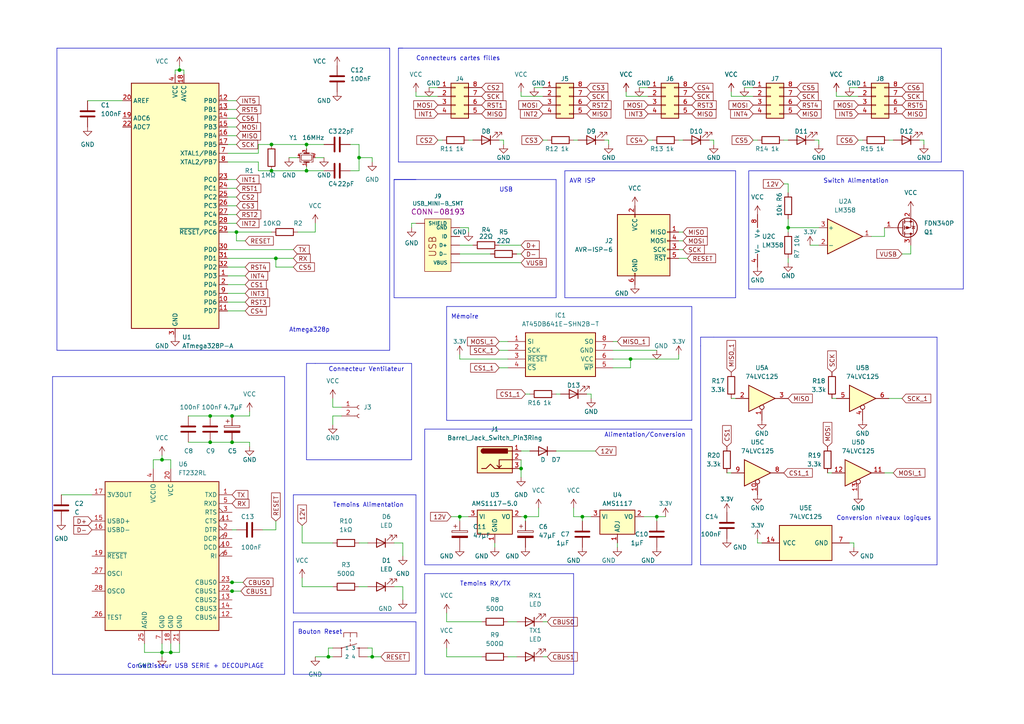
<source format=kicad_sch>
(kicad_sch (version 20230121) (generator eeschema)
  (paper "A4")
  (junction (at 78.74 49.53))
  (junction (at 67.31 171.45))
  (junction (at 151.13 135.89))
  (junction (at 228.6 66.04))
  (junction (at 60.96 128.27))
  (junction (at 78.74 41.91))
  (junction (at 67.31 168.91))
  (junction (at 107.95 190.5))
  (junction (at 67.31 120.65))
  (junction (at 88.9 49.53))
  (junction (at 67.31 128.27))
  (junction (at 133.35 149.86))
  (junction (at 190.5 149.86))
  (junction (at 60.96 120.65))
  (junction (at 52.07 20.32))
  (junction (at 49.53 189.23))
  (junction (at 168.91 149.86))
  (junction (at 68.58 67.31))
  (junction (at 182.88 104.14))
  (junction (at 95.25 190.5))
  (junction (at 104.14 45.72))
  (junction (at 152.4 149.86))
  (junction (at 46.99 189.23))
  (junction (at 46.99 133.35))
  (junction (at 88.9 41.91))
  (junction (at 80.01 74.93))
  (polyline (pts (xy 120.65 180.34) (xy 120.65 195.58)))
  (polyline (pts (xy 123.19 166.37) (xy 123.19 195.58)))
  (wire (pts (xy 144.78 106.68) (xy 147.32 106.68)))
  (wire (pts (xy 67.31 120.65) (xy 72.39 120.65)))
  (wire (pts (xy 234.95 71.12) (xy 237.49 71.12)))
  (wire (pts (xy 46.99 189.23) (xy 49.53 189.23)))
  (wire (pts (xy 228.6 53.34) (xy 228.6 55.88)))
  (wire (pts (xy 66.04 57.15) (xy 68.58 57.15)))
  (polyline (pts (xy 166.37 195.58) (xy 123.19 195.58)))
  (wire (pts (xy 52.07 186.69) (xy 52.07 189.23)))
  (polyline (pts (xy 166.37 166.37) (xy 166.37 195.58)))
  (wire (pts (xy 241.3 115.57) (xy 242.57 115.57)))
  (wire (pts (xy 182.88 104.14) (xy 196.85 104.14)))
  (wire (pts (xy 219.71 156.21) (xy 219.71 157.48)))
  (wire (pts (xy 242.57 27.94) (xy 248.92 27.94)))
  (wire (pts (xy 135.89 40.64) (xy 137.16 40.64)))
  (wire (pts (xy 237.49 40.64) (xy 236.22 40.64)))
  (wire (pts (xy 49.53 189.23) (xy 52.07 189.23)))
  (wire (pts (xy 190.5 149.86) (xy 193.04 149.86)))
  (polyline (pts (xy 163.83 49.53) (xy 167.64 49.53)))
  (wire (pts (xy 67.31 128.27) (xy 72.39 128.27)))
  (wire (pts (xy 104.14 157.48) (xy 106.68 157.48)))
  (wire (pts (xy 207.01 40.64) (xy 205.74 40.64)))
  (polyline (pts (xy 273.05 13.97) (xy 273.05 46.99)))
  (wire (pts (xy 96.52 115.57) (xy 96.52 118.11)))
  (polyline (pts (xy 114.3 52.07) (xy 161.29 52.07)))
  (wire (pts (xy 66.04 80.01) (xy 71.12 80.01)))
  (wire (pts (xy 66.04 72.39) (xy 85.09 72.39)))
  (wire (pts (xy 227.33 53.34) (xy 228.6 53.34)))
  (wire (pts (xy 156.21 147.32) (xy 156.21 149.86)))
  (polyline (pts (xy 279.4 83.82) (xy 217.17 83.82)))
  (wire (pts (xy 66.04 90.17) (xy 71.12 90.17)))
  (wire (pts (xy 246.38 157.48) (xy 247.65 157.48)))
  (wire (pts (xy 116.84 170.18) (xy 116.84 173.99)))
  (wire (pts (xy 101.6 49.53) (xy 104.14 49.53)))
  (wire (pts (xy 66.04 87.63) (xy 71.12 87.63)))
  (polyline (pts (xy 207.01 97.79) (xy 271.78 97.79)))
  (wire (pts (xy 177.8 106.68) (xy 182.88 106.68)))
  (wire (pts (xy 49.53 186.69) (xy 49.53 189.23)))
  (wire (pts (xy 247.65 157.48) (xy 247.65 158.75)))
  (wire (pts (xy 143.51 158.75) (xy 143.51 157.48)))
  (wire (pts (xy 104.14 45.72) (xy 107.95 45.72)))
  (wire (pts (xy 66.04 39.37) (xy 68.58 39.37)))
  (wire (pts (xy 219.71 157.48) (xy 220.98 157.48)))
  (polyline (pts (xy 123.19 163.83) (xy 200.66 163.83)))
  (wire (pts (xy 257.81 115.57) (xy 261.62 115.57)))
  (polyline (pts (xy 16.51 13.97) (xy 16.51 101.6)))
  (wire (pts (xy 120.65 26.67) (xy 120.65 27.94)))
  (wire (pts (xy 50.8 21.59) (xy 50.8 20.32)))
  (wire (pts (xy 151.13 130.81) (xy 153.67 130.81)))
  (wire (pts (xy 190.5 149.86) (xy 190.5 151.13)))
  (wire (pts (xy 171.45 149.86) (xy 168.91 149.86)))
  (wire (pts (xy 49.53 133.35) (xy 49.53 135.89)))
  (wire (pts (xy 74.93 46.99) (xy 74.93 49.53)))
  (wire (pts (xy 66.675 171.45) (xy 67.31 171.45)))
  (wire (pts (xy 168.91 149.86) (xy 168.91 151.13)))
  (wire (pts (xy 144.78 101.6) (xy 147.32 101.6)))
  (polyline (pts (xy 16.51 101.6) (xy 19.05 101.6)))
  (polyline (pts (xy 120.65 143.51) (xy 120.65 177.8)))
  (wire (pts (xy 104.14 45.72) (xy 104.14 49.53)))
  (polyline (pts (xy 115.57 13.97) (xy 273.05 13.97)))
  (wire (pts (xy 196.85 69.85) (xy 198.12 69.85)))
  (wire (pts (xy 107.95 190.5) (xy 110.49 190.5)))
  (wire (pts (xy 187.96 40.64) (xy 189.23 40.64)))
  (wire (pts (xy 144.78 99.06) (xy 147.32 99.06)))
  (wire (pts (xy 72.39 119.38) (xy 72.39 120.65)))
  (polyline (pts (xy 88.9 133.35) (xy 88.9 105.41)))
  (polyline (pts (xy 200.66 124.46) (xy 200.66 163.83)))
  (wire (pts (xy 237.49 41.91) (xy 237.49 40.64)))
  (wire (pts (xy 133.35 76.2) (xy 151.13 76.2)))
  (wire (pts (xy 133.35 149.86) (xy 135.89 149.86)))
  (wire (pts (xy 228.6 66.04) (xy 237.49 66.04)))
  (wire (pts (xy 151.13 149.86) (xy 152.4 149.86)))
  (wire (pts (xy 182.88 106.68) (xy 182.88 104.14)))
  (wire (pts (xy 87.63 167.64) (xy 87.63 170.18)))
  (wire (pts (xy 86.36 67.31) (xy 91.44 67.31)))
  (polyline (pts (xy 85.09 180.34) (xy 85.09 195.58)))
  (wire (pts (xy 67.31 171.45) (xy 69.85 171.45)))
  (wire (pts (xy 53.34 21.59) (xy 53.34 20.32)))
  (wire (pts (xy 166.37 40.64) (xy 167.64 40.64)))
  (wire (pts (xy 151.13 27.94) (xy 157.48 27.94)))
  (wire (pts (xy 67.31 153.67) (xy 68.58 153.67)))
  (wire (pts (xy 66.04 59.69) (xy 68.58 59.69)))
  (wire (pts (xy 185.42 25.4) (xy 187.96 25.4)))
  (wire (pts (xy 66.04 82.55) (xy 71.12 82.55)))
  (wire (pts (xy 240.03 137.16) (xy 241.3 137.16)))
  (wire (pts (xy 151.13 26.67) (xy 151.13 27.94)))
  (polyline (pts (xy 82.55 195.58) (xy 15.24 195.58)))
  (polyline (pts (xy 82.55 109.22) (xy 82.55 195.58)))
  (wire (pts (xy 133.35 66.04) (xy 135.89 66.04)))
  (wire (pts (xy 114.3 170.18) (xy 116.84 170.18)))
  (wire (pts (xy 54.61 120.65) (xy 60.96 120.65)))
  (polyline (pts (xy 120.65 195.58) (xy 85.09 195.58)))
  (wire (pts (xy 52.07 20.32) (xy 53.34 20.32)))
  (wire (pts (xy 66.04 54.61) (xy 68.58 54.61)))
  (wire (pts (xy 196.85 40.64) (xy 198.12 40.64)))
  (wire (pts (xy 68.58 69.85) (xy 68.58 67.31)))
  (polyline (pts (xy 113.03 13.97) (xy 113.03 101.6)))
  (wire (pts (xy 106.68 190.5) (xy 107.95 190.5)))
  (wire (pts (xy 95.25 190.5) (xy 96.52 190.5)))
  (polyline (pts (xy 115.57 46.99) (xy 115.57 13.97)))
  (wire (pts (xy 151.13 133.35) (xy 151.13 135.89)))
  (wire (pts (xy 133.35 71.12) (xy 137.16 71.12)))
  (wire (pts (xy 124.46 25.4) (xy 127 25.4)))
  (wire (pts (xy 171.45 115.57) (xy 171.45 114.3)))
  (wire (pts (xy 177.8 101.6) (xy 190.5 101.6)))
  (polyline (pts (xy 16.51 13.97) (xy 113.03 13.97)))
  (polyline (pts (xy 114.3 86.36) (xy 114.3 52.07)))
  (wire (pts (xy 96.52 187.96) (xy 95.25 187.96)))
  (wire (pts (xy 177.8 99.06) (xy 179.07 99.06)))
  (wire (pts (xy 186.69 149.86) (xy 190.5 149.86)))
  (wire (pts (xy 129.54 180.34) (xy 139.7 180.34)))
  (wire (pts (xy 151.13 135.89) (xy 151.13 138.43)))
  (wire (pts (xy 88.9 41.91) (xy 88.9 43.18)))
  (polyline (pts (xy 200.66 124.46) (xy 123.19 124.46)))
  (wire (pts (xy 72.39 128.27) (xy 72.39 129.54)))
  (wire (pts (xy 161.29 130.81) (xy 172.72 130.81)))
  (wire (pts (xy 74.93 41.91) (xy 74.93 44.45)))
  (wire (pts (xy 129.54 177.8) (xy 129.54 180.34)))
  (wire (pts (xy 228.6 63.5) (xy 228.6 66.04)))
  (wire (pts (xy 152.4 114.3) (xy 153.67 114.3)))
  (polyline (pts (xy 85.09 143.51) (xy 120.65 143.51)))
  (polyline (pts (xy 273.05 46.99) (xy 115.57 46.99)))
  (wire (pts (xy 267.97 40.64) (xy 266.7 40.64)))
  (polyline (pts (xy 15.24 109.22) (xy 15.24 195.58)))
  (wire (pts (xy 179.07 157.48) (xy 179.07 158.75)))
  (wire (pts (xy 119.38 64.77) (xy 119.38 66.04)))
  (wire (pts (xy 196.85 102.87) (xy 196.85 104.14)))
  (wire (pts (xy 154.94 25.4) (xy 157.48 25.4)))
  (wire (pts (xy 46.99 186.69) (xy 46.99 189.23)))
  (wire (pts (xy 66.04 36.83) (xy 68.58 36.83)))
  (wire (pts (xy 46.99 132.08) (xy 46.99 133.35)))
  (wire (pts (xy 104.14 41.91) (xy 101.6 41.91)))
  (wire (pts (xy 66.04 85.09) (xy 71.12 85.09)))
  (polyline (pts (xy 91.44 105.41) (xy 119.38 105.41)))
  (polyline (pts (xy 213.36 49.53) (xy 213.36 86.36)))
  (wire (pts (xy 177.8 104.14) (xy 182.88 104.14)))
  (wire (pts (xy 157.48 40.64) (xy 158.75 40.64)))
  (polyline (pts (xy 161.29 52.07) (xy 161.29 86.36)))
  (polyline (pts (xy 161.29 86.36) (xy 114.3 86.36)))
  (wire (pts (xy 66.04 77.47) (xy 71.12 77.47)))
  (wire (pts (xy 80.01 151.13) (xy 80.01 153.67)))
  (wire (pts (xy 171.45 114.3) (xy 170.18 114.3)))
  (polyline (pts (xy 88.9 105.41) (xy 91.44 105.41)))
  (wire (pts (xy 66.04 64.77) (xy 68.58 64.77)))
  (wire (pts (xy 60.96 128.27) (xy 67.31 128.27)))
  (wire (pts (xy 68.58 67.31) (xy 78.74 67.31)))
  (polyline (pts (xy 15.24 109.22) (xy 82.55 109.22)))
  (wire (pts (xy 181.61 27.94) (xy 187.96 27.94)))
  (wire (pts (xy 66.04 46.99) (xy 74.93 46.99)))
  (wire (pts (xy 95.25 187.96) (xy 95.25 190.5)))
  (wire (pts (xy 87.63 170.18) (xy 96.52 170.18)))
  (wire (pts (xy 228.6 66.04) (xy 228.6 67.31)))
  (wire (pts (xy 80.01 77.47) (xy 85.09 77.47)))
  (wire (pts (xy 25.4 29.21) (xy 35.56 29.21)))
  (polyline (pts (xy 85.09 143.51) (xy 85.09 177.8)))
  (wire (pts (xy 228.6 74.93) (xy 228.6 76.2)))
  (wire (pts (xy 46.99 133.35) (xy 49.53 133.35)))
  (polyline (pts (xy 167.64 49.53) (xy 213.36 49.53)))
  (wire (pts (xy 146.05 40.64) (xy 144.78 40.64)))
  (wire (pts (xy 161.29 114.3) (xy 162.56 114.3)))
  (polyline (pts (xy 129.54 88.9) (xy 129.54 121.92)))
  (wire (pts (xy 210.82 137.16) (xy 212.09 137.16)))
  (wire (pts (xy 66.04 74.93) (xy 80.01 74.93)))
  (wire (pts (xy 176.53 40.64) (xy 175.26 40.64)))
  (wire (pts (xy 66.04 62.23) (xy 68.58 62.23)))
  (wire (pts (xy 218.44 40.64) (xy 219.71 40.64)))
  (wire (pts (xy 157.48 180.34) (xy 158.75 180.34)))
  (wire (pts (xy 66.04 41.91) (xy 68.58 41.91)))
  (wire (pts (xy 66.04 34.29) (xy 68.58 34.29)))
  (polyline (pts (xy 120.65 177.8) (xy 85.09 177.8)))
  (polyline (pts (xy 203.2 97.79) (xy 203.2 100.33)))
  (wire (pts (xy 252.73 68.58) (xy 256.54 68.58)))
  (wire (pts (xy 127 40.64) (xy 128.27 40.64)))
  (wire (pts (xy 256.54 66.04) (xy 256.54 68.58)))
  (polyline (pts (xy 119.38 133.35) (xy 88.9 133.35)))
  (wire (pts (xy 215.9 25.4) (xy 218.44 25.4)))
  (polyline (pts (xy 115.57 13.97) (xy 116.84 13.97)))
  (polyline (pts (xy 163.83 86.36) (xy 163.83 49.53)))
  (wire (pts (xy 152.4 149.86) (xy 152.4 151.13)))
  (wire (pts (xy 129.54 190.5) (xy 139.7 190.5)))
  (wire (pts (xy 114.3 157.48) (xy 116.84 157.48)))
  (wire (pts (xy 133.35 149.86) (xy 133.35 151.13)))
  (polyline (pts (xy 271.78 97.79) (xy 271.78 163.83)))
  (wire (pts (xy 91.44 45.72) (xy 93.98 45.72)))
  (wire (pts (xy 146.05 41.91) (xy 146.05 40.64)))
  (wire (pts (xy 242.57 26.67) (xy 242.57 27.94)))
  (polyline (pts (xy 217.17 49.53) (xy 217.17 83.82)))
  (wire (pts (xy 76.2 153.67) (xy 80.01 153.67)))
  (wire (pts (xy 133.35 104.14) (xy 147.32 104.14)))
  (wire (pts (xy 54.61 128.27) (xy 60.96 128.27)))
  (wire (pts (xy 106.68 187.96) (xy 107.95 187.96)))
  (wire (pts (xy 74.93 49.53) (xy 78.74 49.53)))
  (wire (pts (xy 248.92 40.64) (xy 250.19 40.64)))
  (wire (pts (xy 261.62 73.66) (xy 264.16 73.66)))
  (wire (pts (xy 66.04 52.07) (xy 68.58 52.07)))
  (wire (pts (xy 212.09 115.57) (xy 213.36 115.57)))
  (wire (pts (xy 152.4 149.86) (xy 156.21 149.86)))
  (wire (pts (xy 264.16 71.12) (xy 264.16 73.66)))
  (wire (pts (xy 149.86 73.66) (xy 151.13 73.66)))
  (wire (pts (xy 176.53 41.91) (xy 176.53 40.64)))
  (wire (pts (xy 80.01 74.93) (xy 85.09 74.93)))
  (wire (pts (xy 91.44 64.77) (xy 91.44 67.31)))
  (wire (pts (xy 212.09 27.94) (xy 218.44 27.94)))
  (wire (pts (xy 107.95 45.72) (xy 107.95 46.99)))
  (wire (pts (xy 44.45 133.35) (xy 46.99 133.35)))
  (wire (pts (xy 66.675 168.91) (xy 67.31 168.91)))
  (wire (pts (xy 96.52 120.65) (xy 96.52 123.19)))
  (wire (pts (xy 129.54 187.96) (xy 129.54 190.5)))
  (wire (pts (xy 66.04 31.75) (xy 68.58 31.75)))
  (wire (pts (xy 135.89 66.04) (xy 135.89 67.31)))
  (wire (pts (xy 87.63 157.48) (xy 96.52 157.48)))
  (wire (pts (xy 147.32 180.34) (xy 149.86 180.34)))
  (wire (pts (xy 60.96 120.65) (xy 67.31 120.65)))
  (wire (pts (xy 133.35 102.87) (xy 133.35 104.14)))
  (wire (pts (xy 120.65 27.94) (xy 127 27.94)))
  (wire (pts (xy 71.12 69.85) (xy 68.58 69.85)))
  (wire (pts (xy 227.33 40.64) (xy 228.6 40.64)))
  (wire (pts (xy 96.52 118.11) (xy 99.06 118.11)))
  (wire (pts (xy 41.91 189.23) (xy 46.99 189.23)))
  (wire (pts (xy 88.9 41.91) (xy 93.98 41.91)))
  (wire (pts (xy 212.09 26.67) (xy 212.09 27.94)))
  (polyline (pts (xy 85.09 180.34) (xy 120.65 180.34)))
  (polyline (pts (xy 114.3 52.07) (xy 120.65 52.07)))
  (wire (pts (xy 104.14 170.18) (xy 106.68 170.18)))
  (wire (pts (xy 120.65 64.77) (xy 119.38 64.77)))
  (wire (pts (xy 46.99 189.23) (xy 46.99 190.5)))
  (wire (pts (xy 87.63 152.4) (xy 87.63 157.48)))
  (wire (pts (xy 78.74 49.53) (xy 88.9 49.53)))
  (wire (pts (xy 144.78 71.12) (xy 151.13 71.12)))
  (wire (pts (xy 181.61 26.67) (xy 181.61 27.94)))
  (wire (pts (xy 44.45 135.89) (xy 44.45 133.35)))
  (wire (pts (xy 66.04 44.45) (xy 74.93 44.45)))
  (wire (pts (xy 50.8 20.32) (xy 52.07 20.32)))
  (wire (pts (xy 88.9 48.26) (xy 88.9 49.53)))
  (wire (pts (xy 246.38 25.4) (xy 248.92 25.4)))
  (wire (pts (xy 107.95 187.96) (xy 107.95 190.5)))
  (polyline (pts (xy 200.66 88.9) (xy 200.66 121.92)))
  (polyline (pts (xy 123.19 166.37) (xy 166.37 166.37)))
  (polyline (pts (xy 203.2 97.79) (xy 207.01 97.79)))
  (wire (pts (xy 157.48 190.5) (xy 158.75 190.5)))
  (wire (pts (xy 168.91 149.86) (xy 166.37 149.86)))
  (polyline (pts (xy 203.2 163.83) (xy 203.2 100.33)))
  (wire (pts (xy 196.85 72.39) (xy 198.12 72.39)))
  (polyline (pts (xy 213.36 86.36) (xy 163.83 86.36)))
  (polyline (pts (xy 119.38 105.41) (xy 119.38 133.35)))
  (wire (pts (xy 78.74 41.91) (xy 88.9 41.91)))
  (wire (pts (xy 99.06 120.65) (xy 96.52 120.65)))
  (wire (pts (xy 67.31 168.91) (xy 70.485 168.91)))
  (wire (pts (xy 17.78 143.51) (xy 26.67 143.51)))
  (wire (pts (xy 267.97 41.91) (xy 267.97 40.64)))
  (wire (pts (xy 80.01 74.93) (xy 80.01 77.47)))
  (wire (pts (xy 196.85 74.93) (xy 199.39 74.93)))
  (polyline (pts (xy 271.78 163.83) (xy 203.2 163.83)))
  (polyline (pts (xy 113.03 101.6) (xy 19.05 101.6)))
  (wire (pts (xy 88.9 49.53) (xy 93.98 49.53)))
  (polyline (pts (xy 217.17 49.53) (xy 279.4 49.53)))
  (wire (pts (xy 83.82 45.72) (xy 86.36 45.72)))
  (wire (pts (xy 207.01 41.91) (xy 207.01 40.64)))
  (wire (pts (xy 91.44 190.5) (xy 95.25 190.5)))
  (polyline (pts (xy 123.19 124.46) (xy 123.19 163.83)))
  (polyline (pts (xy 279.4 49.53) (xy 279.4 83.82)))
  (wire (pts (xy 66.04 29.21) (xy 68.58 29.21)))
  (wire (pts (xy 196.85 67.31) (xy 198.12 67.31)))
  (polyline (pts (xy 129.54 88.9) (xy 200.66 88.9)))
  (wire (pts (xy 52.07 19.05) (xy 52.07 20.32)))
  (wire (pts (xy 41.91 186.69) (xy 41.91 189.23)))
  (wire (pts (xy 166.37 149.86) (xy 166.37 147.32)))
  (wire (pts (xy 116.84 157.48) (xy 116.84 161.29)))
  (wire (pts (xy 257.81 40.64) (xy 259.08 40.64)))
  (wire (pts (xy 256.54 137.16) (xy 259.08 137.16)))
  (wire (pts (xy 130.81 149.86) (xy 133.35 149.86)))
  (polyline (pts (xy 200.66 121.92) (xy 129.54 121.92)))
  (wire (pts (xy 66.04 67.31) (xy 68.58 67.31)))
  (wire (pts (xy 78.74 41.91) (xy 74.93 41.91)))
  (wire (pts (xy 104.14 41.91) (xy 104.14 45.72)))
  (wire (pts (xy 133.35 73.66) (xy 142.24 73.66)))
  (wire (pts (xy 147.32 190.5) (xy 149.86 190.5)))
  (text "Mémoire\n" (at 130.81 92.71 0) (effects (font (size 1.27 1.27)) (justify left bottom)))
  (text "Bouton Reset\n" (at 86.36 184.15 0) (effects (font (size 1.27 1.27)) (justify left bottom)))
  (text "Connecteur Ventilateur \n" (at 95.25 107.95 0) (effects (font (size 1.27 1.27)) (justify left bottom)))
  (text "Switch Alimentation\n" (at 238.76 53.34 0) (effects (font (size 1.27 1.27)) (justify left bottom)))
  (text "Alimentation/Conversion\n" (at 175.26 127 0) (effects (font (size 1.27 1.27)) (justify left bottom)))
  (text "Connecteurs cartes filles\n" (at 120.65 17.78 0) (effects (font (size 1.27 1.27)) (justify left bottom)))
  (text "Atmega328p" (at 83.82 96.52 0) (effects (font (size 1.27 1.27)) (justify left bottom)))
  (text "AVR ISP\n" (at 165.1 53.34 0) (effects (font (size 1.27 1.27)) (justify left bottom)))
  (text "USB" (at 144.78 55.88 0) (effects (font (size 1.27 1.27)) (justify left bottom)))
  (text "Temoins RX/TX\n" (at 133.35 170.18 0) (effects (font (size 1.27 1.27)) (justify left bottom)))
  (text "Convertisseur USB SERIE + DECOUPLAGE\n\n\n" (at 36.83 198.12 0) (effects (font (size 1.27 1.27)) (justify left bottom)))
  (text "Conversion niveaux logiques\n" (at 242.57 151.13 0) (effects (font (size 1.27 1.27)) (justify left bottom)))
  (text "Temoins Alimentation" (at 96.52 147.32 0) (effects (font (size 1.27 1.27)) (justify left bottom)))
  (global_label "INT5" (shape input) (at 248.92 33.02 180) (property "Intersheetrefs" "${INTERSHEET_REFS}" (effects hide)))
  (global_label "CS1_1" (shape input) (at 152.4 114.3 180) (property "Intersheetrefs" "${INTERSHEET_REFS}" (effects hide)))
  (global_label "SCK" (shape input) (at 198.12 72.39 0) (property "Intersheetrefs" "${INTERSHEET_REFS}" (effects hide)))
  (global_label "CS6" (shape input) (at 261.62 25.4 0) (property "Intersheetrefs" "${INTERSHEET_REFS}" (effects hide)))
  (global_label "RST2" (shape input) (at 170.18 30.48 0) (property "Intersheetrefs" "${INTERSHEET_REFS}" (effects hide)))
  (global_label "RESET" (shape input) (at 199.39 74.93 0) (property "Intersheetrefs" "${INTERSHEET_REFS}" (effects hide)))
  (global_label "RST4" (shape input) (at 71.12 77.47 0) (property "Intersheetrefs" "${INTERSHEET_REFS}" (effects hide)))
  (global_label "CBUS0" (shape input) (at 70.485 168.91 0) (property "Intersheetrefs" "${INTERSHEET_REFS}" (effects hide)))
  (global_label "RST4" (shape input) (at 231.14 30.48 0) (property "Intersheetrefs" "${INTERSHEET_REFS}" (effects hide)))
  (global_label "MOSI_1" (shape input) (at 144.78 99.06 180) (property "Intersheetrefs" "${INTERSHEET_REFS}" (effects hide)))
  (global_label "CS4" (shape input) (at 71.12 90.17 0) (property "Intersheetrefs" "${INTERSHEET_REFS}" (effects hide)))
  (global_label "RX" (shape input) (at 67.31 146.05 0) (property "Intersheetrefs" "${INTERSHEET_REFS}" (effects hide)))
  (global_label "RESET" (shape input) (at 110.49 190.5 0) (property "Intersheetrefs" "${INTERSHEET_REFS}" (effects hide)))
  (global_label "CS1" (shape input) (at 71.12 82.55 0) (property "Intersheetrefs" "${INTERSHEET_REFS}" (effects hide)))
  (global_label "INT2" (shape input) (at 157.48 33.02 180) (property "Intersheetrefs" "${INTERSHEET_REFS}" (effects hide)))
  (global_label "SCK" (shape input) (at 261.62 27.94 0) (property "Intersheetrefs" "${INTERSHEET_REFS}" (effects hide)))
  (global_label "CS4" (shape input) (at 200.66 25.4 0) (property "Intersheetrefs" "${INTERSHEET_REFS}" (effects hide)))
  (global_label "RX" (shape input) (at 85.09 74.93 0) (property "Intersheetrefs" "${INTERSHEET_REFS}" (effects hide)))
  (global_label "CS5" (shape input) (at 218.44 40.64 180) (property "Intersheetrefs" "${INTERSHEET_REFS}" (effects hide)))
  (global_label "MOSI" (shape input) (at 187.96 30.48 180) (property "Intersheetrefs" "${INTERSHEET_REFS}" (effects hide)))
  (global_label "TX" (shape input) (at 85.09 72.39 0) (property "Intersheetrefs" "${INTERSHEET_REFS}" (effects hide)))
  (global_label "MOSI" (shape input) (at 157.48 30.48 180) (property "Intersheetrefs" "${INTERSHEET_REFS}" (effects hide)))
  (global_label "SCK" (shape input) (at 68.58 41.91 0) (property "Intersheetrefs" "${INTERSHEET_REFS}" (effects hide)))
  (global_label "INT1" (shape input) (at 68.58 52.07 0) (property "Intersheetrefs" "${INTERSHEET_REFS}" (effects hide)))
  (global_label "RST5" (shape input) (at 261.62 30.48 0) (property "Intersheetrefs" "${INTERSHEET_REFS}" (effects hide)))
  (global_label "MOSI" (shape input) (at 218.44 30.48 180) (property "Intersheetrefs" "${INTERSHEET_REFS}" (effects hide)))
  (global_label "CS4" (shape input) (at 187.96 40.64 180) (property "Intersheetrefs" "${INTERSHEET_REFS}" (effects hide)))
  (global_label "VUSB" (shape input) (at 151.13 76.2 0) (property "Intersheetrefs" "${INTERSHEET_REFS}" (effects hide)))
  (global_label "CS2" (shape input) (at 139.7 25.4 0) (property "Intersheetrefs" "${INTERSHEET_REFS}" (effects hide)))
  (global_label "RST1" (shape input) (at 68.58 54.61 0) (property "Intersheetrefs" "${INTERSHEET_REFS}" (effects hide)))
  (global_label "MISO_1" (shape input) (at 212.09 107.95 90) (property "Intersheetrefs" "${INTERSHEET_REFS}" (effects hide)))
  (global_label "MOSI" (shape input) (at 198.12 69.85 0) (property "Intersheetrefs" "${INTERSHEET_REFS}" (effects hide)))
  (global_label "RST5" (shape input) (at 68.58 31.75 0) (property "Intersheetrefs" "${INTERSHEET_REFS}" (effects hide)))
  (global_label "12V" (shape input) (at 172.72 130.81 0) (property "Intersheetrefs" "${INTERSHEET_REFS}" (effects hide)))
  (global_label "INT4" (shape input) (at 218.44 33.02 180) (property "Intersheetrefs" "${INTERSHEET_REFS}" (effects hide)))
  (global_label "CS6" (shape input) (at 248.92 40.64 180) (property "Intersheetrefs" "${INTERSHEET_REFS}" (effects hide)))
  (global_label "SCK" (shape input) (at 231.14 27.94 0) (property "Intersheetrefs" "${INTERSHEET_REFS}" (effects hide)))
  (global_label "SCK" (shape input) (at 200.66 27.94 0) (property "Intersheetrefs" "${INTERSHEET_REFS}" (effects hide)))
  (global_label "RST2" (shape input) (at 68.58 62.23 0) (property "Intersheetrefs" "${INTERSHEET_REFS}" (effects hide)))
  (global_label "D-" (shape input) (at 151.13 73.66 0) (property "Intersheetrefs" "${INTERSHEET_REFS}" (effects hide)))
  (global_label "CS2" (shape input) (at 127 40.64 180) (property "Intersheetrefs" "${INTERSHEET_REFS}" (effects hide)))
  (global_label "CS6" (shape input) (at 68.58 34.29 0) (property "Intersheetrefs" "${INTERSHEET_REFS}" (effects hide)))
  (global_label "MISO" (shape input) (at 231.14 33.02 0) (property "Intersheetrefs" "${INTERSHEET_REFS}" (effects hide)))
  (global_label "INT5" (shape input) (at 68.58 29.21 0) (property "Intersheetrefs" "${INTERSHEET_REFS}" (effects hide)))
  (global_label "MISO_1" (shape input) (at 179.07 99.06 0) (property "Intersheetrefs" "${INTERSHEET_REFS}" (effects hide)))
  (global_label "SCK_1" (shape input) (at 144.78 101.6 180) (property "Intersheetrefs" "${INTERSHEET_REFS}" (effects hide)))
  (global_label "CS3" (shape input) (at 68.58 59.69 0) (property "Intersheetrefs" "${INTERSHEET_REFS}" (effects hide)))
  (global_label "12V" (shape input) (at 130.81 149.86 180) (property "Intersheetrefs" "${INTERSHEET_REFS}" (effects hide)))
  (global_label "CBUS1" (shape input) (at 158.75 190.5 0) (property "Intersheetrefs" "${INTERSHEET_REFS}" (effects hide)))
  (global_label "CS1_1" (shape input) (at 227.33 137.16 0) (property "Intersheetrefs" "${INTERSHEET_REFS}" (effects hide)))
  (global_label "MOSI" (shape input) (at 240.03 129.54 90) (property "Intersheetrefs" "${INTERSHEET_REFS}" (effects hide)))
  (global_label "MISO" (shape input) (at 198.12 67.31 0) (property "Intersheetrefs" "${INTERSHEET_REFS}" (effects hide)))
  (global_label "12V" (shape input) (at 87.63 152.4 90) (property "Intersheetrefs" "${INTERSHEET_REFS}" (effects hide)))
  (global_label "SCK" (shape input) (at 139.7 27.94 0) (property "Intersheetrefs" "${INTERSHEET_REFS}" (effects hide)))
  (global_label "MISO" (shape input) (at 139.7 33.02 0) (property "Intersheetrefs" "${INTERSHEET_REFS}" (effects hide)))
  (global_label "MISO" (shape input) (at 261.62 33.02 0) (property "Intersheetrefs" "${INTERSHEET_REFS}" (effects hide)))
  (global_label "RST1" (shape input) (at 139.7 30.48 0) (property "Intersheetrefs" "${INTERSHEET_REFS}" (effects hide)))
  (global_label "CS3" (shape input) (at 170.18 25.4 0) (property "Intersheetrefs" "${INTERSHEET_REFS}" (effects hide)))
  (global_label "MOSI" (shape input) (at 127 30.48 180) (property "Intersheetrefs" "${INTERSHEET_REFS}" (effects hide)))
  (global_label "VUSB" (shape input) (at 261.62 73.66 180) (property "Intersheetrefs" "${INTERSHEET_REFS}" (effects hide)))
  (global_label "MOSI_1" (shape input) (at 259.08 137.16 0) (property "Intersheetrefs" "${INTERSHEET_REFS}" (effects hide)))
  (global_label "INT1" (shape input) (at 127 33.02 180) (property "Intersheetrefs" "${INTERSHEET_REFS}" (effects hide)))
  (global_label "MOSI" (shape input) (at 248.92 30.48 180) (property "Intersheetrefs" "${INTERSHEET_REFS}" (effects hide)))
  (global_label "SCK_1" (shape input) (at 261.62 115.57 0) (property "Intersheetrefs" "${INTERSHEET_REFS}" (effects hide)))
  (global_label "CBUS0" (shape input) (at 158.75 180.34 0) (property "Intersheetrefs" "${INTERSHEET_REFS}" (effects hide)))
  (global_label "CS3" (shape input) (at 157.48 40.64 180) (property "Intersheetrefs" "${INTERSHEET_REFS}" (effects hide)))
  (global_label "12V" (shape input) (at 227.33 53.34 180) (property "Intersheetrefs" "${INTERSHEET_REFS}" (effects hide)))
  (global_label "MISO" (shape input) (at 68.58 39.37 0) (property "Intersheetrefs" "${INTERSHEET_REFS}" (effects hide)))
  (global_label "CS5" (shape input) (at 231.14 25.4 0) (property "Intersheetrefs" "${INTERSHEET_REFS}" (effects hide)))
  (global_label "TX" (shape input) (at 67.31 143.51 0) (property "Intersheetrefs" "${INTERSHEET_REFS}" (effects hide)))
  (global_label "INT3" (shape input) (at 71.12 85.09 0) (property "Intersheetrefs" "${INTERSHEET_REFS}" (effects hide)))
  (global_label "INT4" (shape input) (at 71.12 80.01 0) (property "Intersheetrefs" "${INTERSHEET_REFS}" (effects hide)))
  (global_label "MOSI" (shape input) (at 68.58 36.83 0) (property "Intersheetrefs" "${INTERSHEET_REFS}" (effects hide)))
  (global_label "D+" (shape input) (at 26.67 151.13 180) (property "Intersheetrefs" "${INTERSHEET_REFS}" (effects hide)))
  (global_label "D+" (shape input) (at 151.13 71.12 0) (property "Intersheetrefs" "${INTERSHEET_REFS}" (effects hide)))
  (global_label "RESET" (shape input) (at 80.01 151.13 90) (property "Intersheetrefs" "${INTERSHEET_REFS}" (effects hide)))
  (global_label "SCK" (shape input) (at 170.18 27.94 0) (property "Intersheetrefs" "${INTERSHEET_REFS}" (effects hide)))
  (global_label "INT3" (shape input) (at 187.96 33.02 180) (property "Intersheetrefs" "${INTERSHEET_REFS}" (effects hide)))
  (global_label "CS1" (shape input) (at 210.82 129.54 90) (property "Intersheetrefs" "${INTERSHEET_REFS}" (effects hide)))
  (global_label "RST3" (shape input) (at 200.66 30.48 0) (property "Intersheetrefs" "${INTERSHEET_REFS}" (effects hide)))
  (global_label "D-" (shape input) (at 26.67 153.67 180) (property "Intersheetrefs" "${INTERSHEET_REFS}" (effects hide)))
  (global_label "MISO" (shape input) (at 200.66 33.02 0) (property "Intersheetrefs" "${INTERSHEET_REFS}" (effects hide)))
  (global_label "MISO" (shape input) (at 170.18 33.02 0) (property "Intersheetrefs" "${INTERSHEET_REFS}" (effects hide)))
  (global_label "CBUS1" (shape input) (at 69.85 171.45 0) (property "Intersheetrefs" "${INTERSHEET_REFS}" (effects hide)))
  (global_label "RESET" (shape input) (at 71.12 69.85 0) (property "Intersheetrefs" "${INTERSHEET_REFS}" (effects hide)))
  (global_label "RST3" (shape input) (at 71.12 87.63 0) (property "Intersheetrefs" "${INTERSHEET_REFS}" (effects hide)))
  (global_label "SCK" (shape input) (at 241.3 107.95 90) (property "Intersheetrefs" "${INTERSHEET_REFS}" (effects hide)))
  (global_label "CS1_1" (shape input) (at 144.78 106.68 180) (property "Intersheetrefs" "${INTERSHEET_REFS}" (effects hide)))
  (global_label "INT2" (shape input) (at 68.58 64.77 0) (property "Intersheetrefs" "${INTERSHEET_REFS}" (effects hide)))
  (global_label "MISO" (shape input) (at 228.6 115.57 0) (property "Intersheetrefs" "${INTERSHEET_REFS}" (effects hide)))
  (global_label "CS5" (shape input) (at 85.09 77.47 0) (property "Intersheetrefs" "${INTERSHEET_REFS}" (effects hide)))
  (global_label "CS2" (shape input) (at 68.58 57.15 0) (property "Intersheetrefs" "${INTERSHEET_REFS}" (effects hide)))
  (symbol (lib_id "power:GND") (at 220.98 121.92 0) (unit 1)
    (property "Reference" "#PWR049" (effects hide))
    (property "Value" "GND" (at 220.98 125.73 0))
  )
  (symbol (lib_name "D_1") (lib_id "Device:D") (at 157.48 130.81 180) (unit 1)
    (property "Reference" "D7" (at 161.29 133.35 0))
    (property "Value" "D" (at 157.48 133.35 0))
    (property "Footprint" "Diode_SMD:D_SC-80_HandSoldering" (effects hide))
    (property "Sim.Device" "D" (effects hide))
    (property "Sim.Pins" "1=K 2=A" (effects hide))
  )
  (symbol (lib_id "power:VCC") (at 129.54 187.96 0) (unit 1)
    (property "Reference" "#PWR022" (effects hide))
    (property "Value" "VCC" (at 129.54 182.88 0))
  )
  (symbol (lib_id "Device:R") (at 157.48 114.3 270) (unit 1)
    (property "Reference" "R16" (at 154.94 116.84 90))
    (property "Value" "1k" (at 158.75 116.84 90))
    (property "Footprint" "Resistor_SMD:R_0603_1608Metric_Pad0.98x0.95mm_HandSolder" (effects hide))
  )
  (symbol (lib_id "power:VCC") (at 96.52 115.57 0) (unit 1)
    (property "Reference" "#PWR061" (effects hide))
    (property "Value" "VCC" (at 96.52 110.49 0))
  )
  (symbol (lib_id "Transistor_FET:FDN340P") (at 261.62 66.04 0) (mirror x) (unit 1)
    (property "Reference" "Q1" (at 267.97 67.31 0) (effects (justify left)))
    (property "Value" "FDN340P" (at 267.97 64.77 0) (effects (justify left)))
    (property "Footprint" "Package_TO_SOT_SMD:SOT-23_Handsoldering" (effects hide))
    (property "Datasheet" "https://www.onsemi.com/pub/Collateral/FDN340P-D.PDF" (effects hide))
  )
  (symbol (lib_id "power:GND") (at 171.45 115.57 0) (unit 1)
    (property "Reference" "#PWR051" (effects hide))
    (property "Value" "GND" (at 171.45 119.38 0))
  )
  (symbol (lib_id "Connector_Generic:Conn_02x04_Counter_Clockwise") (at 132.08 27.94 0) (unit 1)
    (property "Reference" "J4" (at 133.35 22.86 0))
    (property "Value" "Conn_02x04_Counter_Clockwise" (effects hide))
    (property "Footprint" "Connector_IDC:IDC-Header_2x04_P2.54mm_Vertical" (effects hide))
  )
  (symbol (lib_id "Device:R") (at 241.3 111.76 0) (unit 1)
    (property "Reference" "R18" (at 237.49 110.49 0))
    (property "Value" "3.3k" (at 237.49 113.03 0))
    (property "Footprint" "Resistor_SMD:R_0603_1608Metric_Pad0.98x0.95mm_HandSolder" (effects hide))
  )
  (symbol (lib_id "Device:LED") (at 171.45 40.64 180) (unit 1)
    (property "Reference" "D9" (at 171.45 38.1 0))
    (property "Value" "LED" (effects hide))
    (property "Footprint" "LED_SMD:LED_0603_1608Metric_Pad1.05x0.95mm_HandSolder" (effects hide))
  )
  (symbol (lib_id "Device:LED") (at 166.37 114.3 180) (unit 1)
    (property "Reference" "D13" (at 166.37 111.76 0))
    (property "Value" "LED" (effects hide))
    (property "Footprint" "LED_SMD:LED_0603_1608Metric_Pad1.05x0.95mm_HandSolder" (effects hide))
  )
  (symbol (lib_id "Device:C_Polarized") (at 152.4 154.94 0) (unit 1)
    (property "Reference" "C6" (at 156.21 152.781 0) (effects (justify left)))
    (property "Value" "47µF" (at 156.21 155.321 0) (effects (justify left)))
    (property "Footprint" "Capacitor_THT:CP_Radial_D6.3mm_P2.50mm" (effects hide))
  )
  (symbol (lib_name "GND_1") (lib_id "power:GND") (at 17.78 151.13 0) (unit 1)
    (property "Reference" "#PWR021" (effects hide))
    (property "Value" "GND" (at 17.78 156.21 0))
  )
  (symbol (lib_id "power:VCC") (at 87.63 167.64 0) (unit 1)
    (property "Reference" "#PWR012" (effects hide))
    (property "Value" "VCC" (at 87.63 162.56 0))
  )
  (symbol (lib_id "Device:R") (at 240.03 133.35 0) (unit 1)
    (property "Reference" "R19" (at 236.22 132.08 0))
    (property "Value" "3.3k" (at 236.22 134.62 0))
    (property "Footprint" "Resistor_SMD:R_0603_1608Metric_Pad0.98x0.95mm_HandSolder" (effects hide))
  )
  (symbol (lib_id "power:VCC") (at 97.79 19.05 0) (unit 1)
    (property "Reference" "#PWR063" (effects hide))
    (property "Value" "VCC" (at 92.71 17.78 0))
  )
  (symbol (lib_id "SparkFun-PowerSymbols:3.3V") (at 193.04 149.86 0) (unit 1)
    (property "Reference" "#SUPPLY02" (effects hide))
    (property "Value" "3.3V" (at 193.04 146.05 0) (effects (font (size 1.143 1.143))))
    (property "Footprint" "XXX-00000" (effects hide))
  )
  (symbol (lib_id "Device:C") (at 97.79 22.86 0) (unit 1)
    (property "Reference" "C12" (at 101.6 20.32 0) (effects (justify left)))
    (property "Value" "100nF" (at 101.6 22.86 0) (effects (justify left)))
    (property "Footprint" "Capacitor_SMD:C_0603_1608Metric_Pad1.08x0.95mm_HandSolder" (effects hide))
  )
  (symbol (lib_id "Device:C_Polarized") (at 133.35 154.94 0) (unit 1)
    (property "Reference" "C11" (at 137.16 152.781 0) (effects (justify left)))
    (property "Value" "47µF" (at 137.16 155.321 0) (effects (justify left)))
    (property "Footprint" "Capacitor_THT:CP_Radial_D6.3mm_P2.50mm" (effects hide))
  )
  (symbol (lib_id "Device:C_Polarized") (at 67.31 124.46 0) (unit 1)
    (property "Reference" "C5" (at 66.04 130.81 0) (effects (justify left)))
    (property "Value" "4.7µF" (at 64.77 118.11 0) (effects (justify left)))
    (property "Footprint" "Capacitor_THT:CP_Radial_D6.3mm_P2.50mm" (effects hide))
  )
  (symbol (lib_id "Device:R") (at 210.82 133.35 0) (unit 1)
    (property "Reference" "R20" (at 207.01 132.08 0))
    (property "Value" "3.3k" (at 207.01 134.62 0))
    (property "Footprint" "Resistor_SMD:R_0603_1608Metric_Pad0.98x0.95mm_HandSolder" (effects hide))
  )
  (symbol (lib_id "power:GND") (at 219.71 143.51 0) (unit 1)
    (property "Reference" "#PWR057" (effects hide))
    (property "Value" "GND" (at 219.71 147.32 0))
  )
  (symbol (lib_id "power:GND") (at 267.97 41.91 0) (unit 1)
    (property "Reference" "#PWR048" (effects hide))
    (property "Value" "GND" (at 267.97 45.72 0))
  )
  (symbol (lib_id "vroumvroumlatutur-rescue:USB_MINI-B_SMT-SparkFun-Connectors") (at 127 71.12 180) (unit 1)
    (property "Reference" "J9" (at 127 56.896 0) (effects (font (size 1.143 1.143))))
    (property "Value" "USB_MINI-B_SMT" (at 127 59.0296 0) (effects (font (size 1.143 1.143))))
    (property "Footprint" "Connectors:USB-MINIB" (effects hide))
    (property "Field4" "CONN-08193" (at 127 61.4426 0) (effects (font (size 1.524 1.524))))
  )
  (symbol (lib_id "Device:C") (at 97.79 49.53 90) (unit 1)
    (property "Reference" "C4" (at 96.52 53.34 90))
    (property "Value" "22pF" (at 100.33 53.34 90))
    (property "Footprint" "Capacitor_SMD:C_0603_1608Metric_Pad1.08x0.95mm_HandSolder" (effects hide))
  )
  (symbol (lib_id "power:GND") (at 248.92 143.51 0) (unit 1)
    (property "Reference" "#PWR056" (effects hide))
    (property "Value" "GND" (at 248.92 147.32 0))
  )
  (symbol (lib_id "Connector:AVR-ISP-6") (at 186.69 72.39 0) (unit 1)
    (property "Reference" "J2" (at 177.8 69.8499 0) (effects (justify right)))
    (property "Value" "AVR-ISP-6" (at 177.8 72.3899 0) (effects (justify right)))
    (property "Footprint" "Connector_PinHeader_2.54mm:PinHeader_2x03_P2.54mm_Vertical" (effects hide))
    (property "Datasheet" " ~" (effects hide))
  )
  (symbol (lib_id "power:GND") (at 250.19 121.92 0) (unit 1)
    (property "Reference" "#PWR050" (effects hide))
    (property "Value" "GND" (at 250.19 125.73 0))
  )
  (symbol (lib_id "Amplifier_Operational:LM358") (at 245.11 68.58 0) (unit 1)
    (property "Reference" "U2" (at 245.11 58.42 0))
    (property "Value" "LM358" (at 245.11 60.96 0))
    (property "Footprint" "Package_DFN_QFN:DFN-8-1EP_2x2mm_P0.5mm_EP1.05x1.75mm" (effects hide))
    (property "Datasheet" "http://www.ti.com/lit/ds/symlink/lm2904-n.pdf" (effects hide))
  )
  (symbol (lib_id "power:GND") (at 46.99 190.5 0) (unit 1)
    (property "Reference" "#PWR019" (effects hide))
    (property "Value" "GND" (at 41.91 193.04 0))
  )
  (symbol (lib_id "74xx:74LVC125") (at 220.98 115.57 0) (unit 1)
    (property "Reference" "U5" (at 220.98 106.68 0))
    (property "Value" "74LVC125" (at 220.98 109.22 0))
    (property "Footprint" "Package_SO:SOIC-14_3.9x8.7mm_P1.27mm" (effects hide))
    (property "Datasheet" "http://www.ti.com/lit/gpn/sn74LVC125" (effects hide))
  )
  (symbol (lib_id "Device:C") (at 190.5 154.94 0) (unit 1)
    (property "Reference" "C10" (at 184.15 154.94 0) (effects (justify left)))
    (property "Value" "1µF" (at 182.88 157.48 0) (effects (justify left)))
    (property "Footprint" "Capacitor_SMD:C_0603_1608Metric_Pad1.08x0.95mm_HandSolder" (effects hide))
  )
  (symbol (lib_id "Device:C") (at 72.39 153.67 270) (unit 1)
    (property "Reference" "C13" (at 69.85 149.86 90) (effects (justify left)))
    (property "Value" "100nF" (at 69.85 158.75 90) (effects (justify left)))
    (property "Footprint" "Capacitor_SMD:C_0603_1608Metric_Pad1.08x0.95mm_HandSolder" (effects hide))
  )
  (symbol (lib_id "power:GND") (at 25.4 36.83 0) (unit 1)
    (property "Reference" "#PWR09" (effects hide))
    (property "Value" "GND" (at 25.4 41.91 0))
  )
  (symbol (lib_id "SparkFun-PowerSymbols:3.3V") (at 133.35 102.87 0) (unit 1)
    (property "Reference" "#SUPPLY03" (effects hide))
    (property "Value" "3.3V" (at 133.35 99.06 0) (effects (font (size 1.143 1.143))))
    (property "Footprint" "XXX-00000" (effects hide))
  )
  (symbol (lib_id "power:GND") (at 219.71 77.47 0) (unit 1)
    (property "Reference" "#PWR018" (effects hide))
    (property "Value" "GND" (at 219.71 81.28 0))
  )
  (symbol (lib_id "Device:Crystal_GND24_Small") (at 88.9 45.72 90) (unit 1)
    (property "Reference" "Y1" (at 85.09 40.64 90) (effects (justify top)))
    (property "Value" "16MHz" (at 87.63 40.64 90) (effects (justify right top)))
    (property "Footprint" "Crystal:Crystal_SMD_SeikoEpson_FA238-4Pin_3.2x2.5mm_HandSoldering" (effects hide))
  )
  (symbol (lib_id "74xx:74LVC125") (at 250.19 115.57 0) (unit 2)
    (property "Reference" "U5" (at 250.19 106.68 0))
    (property "Value" "74LVC125" (at 250.19 109.22 0))
    (property "Footprint" "Package_SO:SOIC-14_3.9x8.7mm_P1.27mm" (effects hide))
    (property "Datasheet" "http://www.ti.com/lit/gpn/sn74LVC125" (effects hide))
  )
  (symbol (lib_id "SparkFun-PowerSymbols:3.3V") (at 219.71 156.21 0) (unit 1)
    (property "Reference" "#SUPPLY05" (effects hide))
    (property "Value" "3.3V" (at 219.71 152.4 0) (effects (font (size 1.143 1.143))))
    (property "Footprint" "XXX-00000" (effects hide))
  )
  (symbol (lib_id "power:GND") (at 91.44 190.5 0) (unit 1)
    (property "Reference" "#PWR010" (effects hide))
    (property "Value" "GND" (at 91.44 195.58 0))
  )
  (symbol (lib_id "Device:R") (at 140.97 71.12 90) (unit 1)
    (property "Reference" "R4" (at 140.97 66.675 90))
    (property "Value" "22Ω" (at 140.97 68.58 90))
    (property "Footprint" "Resistor_SMD:R_0603_1608Metric_Pad0.98x0.95mm_HandSolder" (effects hide))
  )
  (symbol (lib_id "power:GND") (at 83.82 45.72 0) (unit 1)
    (property "Reference" "#PWR02" (effects hide))
    (property "Value" "GND" (at 83.82 50.8 0))
  )
  (symbol (lib_id "power:GND") (at 107.95 46.99 0) (unit 1)
    (property "Reference" "#PWR04" (effects hide))
    (property "Value" "GND" (at 107.95 52.07 0))
  )
  (symbol (lib_id "power:GND") (at 185.42 25.4 0) (unit 1)
    (property "Reference" "#PWR041" (effects hide))
    (property "Value" "GND" (at 186.69 24.13 0))
  )
  (symbol (lib_id "Device:C") (at 210.82 152.4 0) (unit 1)
    (property "Reference" "C14" (at 204.47 149.86 0) (effects (justify left)))
    (property "Value" "100nF" (at 203.2 154.94 0) (effects (justify left)))
    (property "Footprint" "Capacitor_SMD:C_0603_1608Metric_Pad1.08x0.95mm_HandSolder" (effects hide))
  )
  (symbol (lib_id "power:VCC") (at 46.99 132.08 0) (unit 1)
    (property "Reference" "#PWR024" (effects hide))
    (property "Value" "VCC" (at 46.99 127 0))
  )
  (symbol (lib_id "power:VCC") (at 184.15 59.69 0) (unit 1)
    (property "Reference" "#PWR014" (effects hide))
    (property "Value" "VCC" (at 184.15 54.61 0))
  )
  (symbol (lib_id "power:GND") (at 72.39 129.54 0) (unit 1)
    (property "Reference" "#PWR060" (effects hide))
    (property "Value" "GND" (at 72.39 133.35 0))
  )
  (symbol (lib_id "Device:LED") (at 110.49 157.48 180) (unit 1)
    (property "Reference" "D6" (at 112.0775 149.86 0))
    (property "Value" "LED" (at 112.0775 152.4 0))
    (property "Footprint" "LED_SMD:LED_0603_1608Metric_Pad1.05x0.95mm_HandSolder" (effects hide))
  )
  (symbol (lib_id "power:GND") (at 152.4 158.75 0) (unit 1)
    (property "Reference" "#PWR026" (effects hide))
    (property "Value" "GND" (at 148.59 161.29 0))
  )
  (symbol (lib_name "VCC_2") (lib_id "power:VCC") (at 242.57 26.67 0) (unit 1)
    (property "Reference" "#PWR046" (effects hide))
    (property "Value" "VCC" (at 242.57 21.59 0))
  )
  (symbol (lib_id "power:GND") (at 179.07 158.75 0) (unit 1)
    (property "Reference" "#PWR030" (effects hide))
    (property "Value" "GND" (at 176.53 162.56 0))
  )
  (symbol (lib_name "VCC_2") (lib_id "power:VCC") (at 181.61 26.67 0) (unit 1)
    (property "Reference" "#PWR040" (effects hide))
    (property "Value" "VCC" (at 181.61 21.59 0))
  )
  (symbol (lib_name "VCC_1") (lib_id "power:VCC") (at 166.37 147.32 0) (unit 1)
    (property "Reference" "#PWR028" (effects hide))
    (property "Value" "VCC" (at 166.37 142.24 0))
  )
  (symbol (lib_id "power:VCC") (at 91.44 64.77 0) (unit 1)
    (property "Reference" "#PWR08" (effects hide))
    (property "Value" "VCC" (at 91.44 59.69 0))
  )
  (symbol (lib_id "power:VCC") (at 181.61 26.67 0) (unit 1)
    (property "Reference" "#PWR053" (effects hide))
    (property "Value" "VCC" (at 181.61 21.59 0))
  )
  (symbol (lib_id "power:GND") (at 116.84 161.29 0) (unit 1)
    (property "Reference" "#PWR023" (effects hide))
    (property "Value" "GND" (at 116.84 166.37 0))
  )
  (symbol (lib_id "Connector:Conn_01x02_Socket") (at 104.14 118.11 0) (unit 1)
    (property "Reference" "J3" (at 105.41 118.11 0) (effects (justify left)))
    (property "Value" "Conn_01x02_Socket" (effects hide))
    (property "Footprint" "Connector_PinSocket_2.54mm:PinSocket_1x02_P2.54mm_Vertical" (effects hide))
  )
  (symbol (lib_id "Device:R") (at 143.51 180.34 90) (unit 1)
    (property "Reference" "R8" (at 143.51 173.99 90))
    (property "Value" "500Ω" (at 143.51 176.53 90))
    (property "Footprint" "Resistor_SMD:R_0603_1608Metric_Pad0.98x0.95mm_HandSolder" (effects hide))
  )
  (symbol (lib_id "power:GND") (at 237.49 41.91 0) (unit 1)
    (property "Reference" "#PWR045" (effects hide))
    (property "Value" "GND" (at 237.49 45.72 0))
  )
  (symbol (lib_id "Device:R") (at 228.6 59.69 180) (unit 1)
    (property "Reference" "R6" (at 226.06 57.15 90))
    (property "Value" "10k" (at 226.06 60.96 90))
    (property "Footprint" "Resistor_SMD:R_0603_1608Metric_Pad0.98x0.95mm_HandSolder" (effects hide))
  )
  (symbol (lib_id "power:VCC") (at 72.39 119.38 0) (unit 1)
    (property "Reference" "#PWR025" (effects hide))
    (property "Value" "VCC" (at 72.39 114.3 0))
  )
  (symbol (lib_id "power:GND") (at 228.6 76.2 0) (unit 1)
    (property "Reference" "#PWR017" (effects hide))
    (property "Value" "GND" (at 228.6 80.01 0))
  )
  (symbol (lib_id "Device:C") (at 17.78 147.32 0) (unit 1)
    (property "Reference" "C2" (at 21.59 146.05 0) (effects (justify left)))
    (property "Value" "C" (at 21.59 148.59 0) (effects (justify left)))
    (property "Footprint" "Capacitor_SMD:C_0603_1608Metric_Pad1.08x0.95mm_HandSolder" (effects hide))
  )
  (symbol (lib_id "MCU_Microchip_ATmega:ATmega328P-A") (at 50.8 59.69 0) (unit 1)
    (property "Reference" "U1" (at 52.8194 97.79 0) (effects (justify left)))
    (property "Value" "ATmega328P-A" (at 52.8194 100.33 0) (effects (justify left)))
    (property "Footprint" "Package_QFP:TQFP-32_7x7mm_P0.8mm" (effects hide))
    (property "Datasheet" "http://ww1.microchip.com/downloads/en/DeviceDoc/ATmega328_P%20AVR%20MCU%20with%20picoPower%20Technology%20Data%20Sheet%2040001984A.pdf" (effects hide))
  )
  (symbol (lib_id "Connector_Generic:Conn_02x04_Counter_Clockwise") (at 223.52 27.94 0) (unit 1)
    (property "Reference" "J7" (at 224.79 22.86 0))
    (property "Value" "Conn_02x04_Counter_Clockwise" (effects hide))
    (property "Footprint" "Connector_IDC:IDC-Header_2x04_P2.54mm_Vertical" (effects hide))
  )
  (symbol (lib_id "power:GND") (at 143.51 158.75 0) (unit 1)
    (property "Reference" "#PWR07" (effects hide))
    (property "Value" "GND" (at 139.7 161.29 0))
  )
  (symbol (lib_id "Regulator_Linear:AMS1117-5.0") (at 143.51 149.86 0) (unit 1)
    (property "Reference" "U3" (at 143.51 143.51 0))
    (property "Value" "AMS1117-5.0" (at 143.51 146.05 0))
    (property "Footprint" "Package_TO_SOT_SMD:SOT-223-3_TabPin2" (effects hide))
    (property "Datasheet" "http://www.advanced-monolithic.com/pdf/ds1117.pdf" (effects hide))
  )
  (symbol (lib_id "power:GND") (at 176.53 41.91 0) (unit 1)
    (property "Reference" "#PWR039" (effects hide))
    (property "Value" "GND" (at 176.53 45.72 0))
  )
  (symbol (lib_id "Device:LED") (at 232.41 40.64 180) (unit 1)
    (property "Reference" "D11" (at 232.41 38.1 0))
    (property "Value" "LED" (effects hide))
    (property "Footprint" "LED_SMD:LED_0603_1608Metric_Pad1.05x0.95mm_HandSolder" (effects hide))
  )
  (symbol (lib_id "power:GND") (at 190.5 158.75 0) (unit 1)
    (property "Reference" "#PWR029" (effects hide))
    (property "Value" "GND" (at 187.96 162.56 0))
  )
  (symbol (lib_id "Device:R") (at 228.6 71.12 0) (unit 1)
    (property "Reference" "R7" (at 231.14 73.66 90))
    (property "Value" "10k" (at 231.14 69.85 90))
    (property "Footprint" "Resistor_SMD:R_0603_1608Metric_Pad0.98x0.95mm_HandSolder" (effects hide))
  )
  (symbol (lib_id "Device:R") (at 223.52 40.64 270) (unit 1)
    (property "Reference" "R14" (at 220.98 43.18 90))
    (property "Value" "1k" (at 224.79 43.18 90))
    (property "Footprint" "Resistor_SMD:R_0603_1608Metric_Pad0.98x0.95mm_HandSolder" (effects hide))
  )
  (symbol (lib_id "power:GND") (at 184.15 82.55 0) (unit 1)
    (property "Reference" "#PWR013" (effects hide))
    (property "Value" "GND" (at 180.34 85.09 0))
  )
  (symbol (lib_id "power:VCC") (at 242.57 26.67 0) (unit 1)
    (property "Reference" "#PWR055" (effects hide))
    (property "Value" "VCC" (at 242.57 21.59 0))
  )
  (symbol (lib_id "Device:R") (at 100.33 157.48 90) (unit 1)
    (property "Reference" "R10" (at 100.33 151.13 90))
    (property "Value" "1kΩ" (at 100.33 153.67 90))
    (property "Footprint" "Resistor_SMD:R_0603_1608Metric_Pad0.98x0.95mm_HandSolder" (effects hide))
  )
  (symbol (lib_id "Device:R") (at 193.04 40.64 270) (unit 1)
    (property "Reference" "R13" (at 190.5 43.18 90))
    (property "Value" "1k" (at 194.31 43.18 90))
    (property "Footprint" "Resistor_SMD:R_0603_1608Metric_Pad0.98x0.95mm_HandSolder" (effects hide))
  )
  (symbol (lib_id "Device:C") (at 54.61 124.46 0) (unit 1)
    (property "Reference" "C8" (at 53.34 130.81 0) (effects (justify left)))
    (property "Value" "100nF" (at 52.07 118.11 0) (effects (justify left)))
    (property "Footprint" "Capacitor_SMD:C_0603_1608Metric_Pad1.08x0.95mm_HandSolder" (effects hide))
  )
  (symbol (lib_id "Device:R") (at 254 40.64 270) (unit 1)
    (property "Reference" "R15" (at 251.46 43.18 90))
    (property "Value" "1k" (at 255.27 43.18 90))
    (property "Footprint" "Resistor_SMD:R_0603_1608Metric_Pad0.98x0.95mm_HandSolder" (effects hide))
  )
  (symbol (lib_id "power:GND") (at 207.01 41.91 0) (unit 1)
    (property "Reference" "#PWR042" (effects hide))
    (property "Value" "GND" (at 207.01 45.72 0))
  )
  (symbol (lib_id "Device:LED") (at 110.49 170.18 180) (unit 1)
    (property "Reference" "D1" (at 112.0775 162.56 0))
    (property "Value" "LED" (at 112.0775 165.1 0))
    (property "Footprint" "LED_SMD:LED_0603_1608Metric_Pad1.05x0.95mm_HandSolder" (effects hide))
  )
  (symbol (lib_id "AT45DB641E-SHN2B-T:AT45DB641E-SHN2B-T") (at 147.32 99.06 0) (unit 1)
    (property "Reference" "IC1" (at 162.56 91.44 0))
    (property "Value" "AT45DB641E-SHN2B-T" (at 162.56 93.98 0))
    (property "Footprint" "Package_SO:SOIC-8_5.275x5.275mm_P1.27mm" (effects hide))
    (property "Datasheet" "https://www.renesas.com/us/en/products/memory-logic/non-volatile-memory/spi-nor-flash/dataflash-spi-memory/at45db641e-64mbit-17-v-36-v-range-spi-serial-flash-memory" (effects hide))
    (property "Height" "2.16" (effects hide))
    (property "Manufacturer_Name" "Renesas Electronics" (effects hide))
    (property "Manufacturer_Part_Number" "AT45DB641E-SHN2B-T" (effects hide))
  )
  (symbol (lib_id "power:GND") (at 97.79 26.67 0) (unit 1)
    (property "Reference" "#PWR064" (effects hide))
    (property "Value" "GND" (at 93.98 29.21 0))
  )
  (symbol (lib_id "power:GND") (at 246.38 25.4 0) (unit 1)
    (property "Reference" "#PWR047" (effects hide))
    (property "Value" "GND" (at 247.65 24.13 0))
  )
  (symbol (lib_id "Connector_Generic:Conn_02x04_Counter_Clockwise") (at 193.04 27.94 0) (unit 1)
    (property "Reference" "J6" (at 194.31 22.86 0))
    (property "Value" "Conn_02x04_Counter_Clockwise" (effects hide))
    (property "Footprint" "Connector_IDC:IDC-Header_2x04_P2.54mm_Vertical" (effects hide))
  )
  (symbol (lib_id "74xx:74LVC125") (at 248.92 137.16 0) (unit 4)
    (property "Reference" "U5" (at 248.92 128.27 0))
    (property "Value" "74LVC125" (at 248.92 130.81 0))
    (property "Footprint" "Package_SO:SOIC-14_3.9x8.7mm_P1.27mm" (effects hide))
    (property "Datasheet" "http://www.ti.com/lit/gpn/sn74LVC125" (effects hide))
  )
  (symbol (lib_id "Device:R") (at 212.09 111.76 0) (unit 1)
    (property "Reference" "R17" (at 208.28 110.49 0))
    (property "Value" "3.3k" (at 208.28 113.03 0))
    (property "Footprint" "Resistor_SMD:R_0603_1608Metric_Pad0.98x0.95mm_HandSolder" (effects hide))
  )
  (symbol (lib_name "VCC_3") (lib_id "power:VCC") (at 219.71 62.23 0) (unit 1)
    (property "Reference" "#PWR059" (effects hide))
    (property "Value" "VCC" (at 219.71 57.15 0))
  )
  (symbol (lib_id "Device:R") (at 162.56 40.64 270) (unit 1)
    (property "Reference" "R12" (at 160.02 43.18 90))
    (property "Value" "1k" (at 163.83 43.18 90))
    (property "Footprint" "Resistor_SMD:R_0603_1608Metric_Pad0.98x0.95mm_HandSolder" (effects hide))
  )
  (symbol (lib_id "Device:R") (at 143.51 190.5 90) (unit 1)
    (property "Reference" "R9" (at 143.51 184.15 90))
    (property "Value" "500Ω" (at 143.51 186.69 90))
    (property "Footprint" "Resistor_SMD:R_0603_1608Metric_Pad0.98x0.95mm_HandSolder" (effects hide))
  )
  (symbol (lib_id "Device:C") (at 168.91 154.94 0) (unit 1)
    (property "Reference" "C7" (at 162.56 154.94 0) (effects (justify left)))
    (property "Value" "1µF" (at 161.29 157.48 0) (effects (justify left)))
    (property "Footprint" "Capacitor_SMD:C_0603_1608Metric_Pad1.08x0.95mm_HandSolder" (effects hide))
  )
  (symbol (lib_name "VCC_2") (lib_id "power:VCC") (at 212.09 26.67 0) (unit 1)
    (property "Reference" "#PWR043" (effects hide))
    (property "Value" "VCC" (at 212.09 21.59 0))
  )
  (symbol (lib_id "power:GND") (at 215.9 25.4 0) (unit 1)
    (property "Reference" "#PWR044" (effects hide))
    (property "Value" "GND" (at 217.17 24.13 0))
  )
  (symbol (lib_id "power:GND") (at 135.89 67.31 0) (unit 1)
    (property "Reference" "#PWR016" (effects hide))
    (property "Value" "GND" (at 133.35 67.31 0))
  )
  (symbol (lib_name "VCC_1") (lib_id "power:VCC") (at 156.21 147.32 0) (unit 1)
    (property "Reference" "#PWR027" (effects hide))
    (property "Value" "VCC" (at 156.21 142.24 0))
  )
  (symbol (lib_id "Device:R") (at 82.55 67.31 270) (unit 1)
    (property "Reference" "R2" (at 85.09 64.77 90) (effects (justify left)))
    (property "Value" "10KΩ" (at 76.2 64.77 90) (effects (justify left)))
    (property "Footprint" "Resistor_SMD:R_0603_1608Metric_Pad0.98x0.95mm_HandSolder" (effects hide))
  )
  (symbol (lib_id "Device:LED") (at 153.67 190.5 180) (unit 1)
    (property "Reference" "TX1" (at 155.2575 182.88 0))
    (property "Value" "LED" (at 155.2575 185.42 0))
    (property "Footprint" "LED_SMD:LED_0603_1608Metric_Pad1.05x0.95mm_HandSolder" (effects hide))
  )
  (symbol (lib_id "power:VCC") (at 129.54 177.8 0) (unit 1)
    (property "Reference" "#PWR020" (effects hide))
    (property "Value" "VCC" (at 129.54 172.72 0))
  )
  (symbol (lib_id "power:GND") (at 124.46 25.4 0) (unit 1)
    (property "Reference" "#PWR034" (effects hide))
    (property "Value" "GND" (at 125.73 24.13 0))
  )
  (symbol (lib_id "power:VCC") (at 151.13 26.67 0) (unit 1)
    (property "Reference" "#PWR037" (effects hide))
    (property "Value" "VCC" (at 151.13 21.59 0))
  )
  (symbol (lib_id "SparkFun-Switches:MOMENTARY-SWITCH-SPST-2-SMD-5.2MM") (at 101.6 187.96 0) (unit 1)
    (property "Reference" "S1" (effects hide))
    (property "Value" "MOMENTARY-SWITCH-SPST-2-SMD-5.2MM" (effects hide))
    (property "Footprint" "Switches:TACTILE_SWITCH_SMD_5.2MM" (effects hide))
  )
  (symbol (lib_id "Device:C") (at 97.79 41.91 90) (unit 1)
    (property "Reference" "C3" (at 96.52 38.1 90))
    (property "Value" "22pF" (at 100.33 38.1 90))
    (property "Footprint" "Capacitor_SMD:C_0603_1608Metric_Pad1.08x0.95mm_HandSolder" (effects hide))
  )
  (symbol (lib_id "power:GND") (at 190.5 101.6 0) (unit 1)
    (property "Reference" "#PWR052" (effects hide))
    (property "Value" "GND" (at 191.77 100.33 0))
  )
  (symbol (lib_id "power:VCC") (at 52.07 19.05 0) (unit 1)
    (property "Reference" "#PWR01" (effects hide))
    (property "Value" "VCC" (at 46.99 17.78 0))
  )
  (symbol (lib_name "VCC_3") (lib_id "power:VCC") (at 264.16 60.96 0) (unit 1)
    (property "Reference" "#PWR015" (effects hide))
    (property "Value" "VCC" (at 264.16 55.88 0))
  )
  (symbol (lib_id "Device:R") (at 132.08 40.64 270) (unit 1)
    (property "Reference" "R11" (at 129.54 43.18 90))
    (property "Value" "1k" (at 133.35 43.18 90))
    (property "Footprint" "Resistor_SMD:R_0603_1608Metric_Pad0.98x0.95mm_HandSolder" (effects hide))
  )
  (symbol (lib_id "Connector_Generic:Conn_02x04_Counter_Clockwise") (at 162.56 27.94 0) (unit 1)
    (property "Reference" "J5" (at 163.83 22.86 0))
    (property "Value" "Conn_02x04_Counter_Clockwise" (effects hide))
    (property "Footprint" "Connector_IDC:IDC-Header_2x04_P2.54mm_Vertical" (effects hide))
  )
  (symbol (lib_id "power:GND") (at 154.94 25.4 0) (unit 1)
    (property "Reference" "#PWR038" (effects hide))
    (property "Value" "GND" (at 156.21 24.13 0))
  )
  (symbol (lib_id "SparkFun-PowerSymbols:3.3V") (at 234.95 71.12 0) (unit 1)
    (property "Reference" "#SUPPLY04" (effects hide))
    (property "Value" "3.3V" (at 234.95 67.31 0) (effects (font (size 1.143 1.143))))
    (property "Footprint" "XXX-00000" (effects hide))
  )
  (symbol (lib_id "74xx:74LVC125") (at 219.71 137.16 0) (unit 3)
    (property "Reference" "U5" (at 219.71 128.27 0))
    (property "Value" "74LVC125" (at 219.71 130.81 0))
    (property "Footprint" "Package_SO:SOIC-14_3.9x8.7mm_P1.27mm" (effects hide))
    (property "Datasheet" "http://www.ti.com/lit/gpn/sn74LVC125" (effects hide))
  )
  (symbol (lib_id "Device:R") (at 146.05 73.66 90) (unit 1)
    (property "Reference" "R5" (at 146.05 67.31 90))
    (property "Value" "22Ω" (at 146.05 69.85 90))
    (property "Footprint" "Resistor_SMD:R_0603_1608Metric_Pad0.98x0.95mm_HandSolder" (effects hide))
  )
  (symbol (lib_id "power:GND") (at 210.82 156.21 0) (unit 1)
    (property "Reference" "#PWR065" (effects hide))
    (property "Value" "GND" (at 214.63 158.75 0))
  )
  (symbol (lib_id "power:GND") (at 93.98 45.72 0) (unit 1)
    (property "Reference" "#PWR03" (effects hide))
    (property "Value" "GND" (at 93.98 50.8 0))
  )
  (symbol (lib_id "SparkFun-PowerSymbols:3.3V") (at 196.85 102.87 0) (unit 1)
    (property "Reference" "#SUPPLY01" (effects hide))
    (property "Value" "3.3V" (at 196.85 99.06 0) (effects (font (size 1.143 1.143))))
    (property "Footprint" "XXX-00000" (effects hide))
  )
  (symbol (lib_id "Interface_USB:FT232RL") (at 46.99 161.29 0) (unit 1)
    (property "Reference" "U6" (at 51.7241 134.62 0) (effects (justify left)))
    (property "Value" "FT232RL" (at 51.7241 137.16 0) (effects (justify left)))
    (property "Footprint" "Package_SO:SSOP-28_5.3x10.2mm_P0.65mm" (effects hide))
    (property "Datasheet" "https://www.ftdichip.com/Support/Documents/DataSheets/ICs/DS_FT232R.pdf" (effects hide))
  )
  (symbol (lib_id "SparkFun-PowerSymbols:3.3V") (at 210.82 148.59 0) (unit 1)
    (property "Reference" "#SUPPLY06" (effects hide))
    (property "Value" "3.3V" (at 210.82 144.78 0) (effects (font (size 1.143 1.143))))
    (property "Footprint" "XXX-00000" (effects hide))
  )
  (symbol (lib_id "power:GND") (at 146.05 41.91 0) (unit 1)
    (property "Reference" "#PWR036" (effects hide))
    (property "Value" "GND" (at 146.05 45.72 0))
  )
  (symbol (lib_id "74xx:74LVC125") (at 233.68 157.48 90) (unit 5)
    (property "Reference" "U5" (at 233.68 147.32 90))
    (property "Value" "74LVC125" (at 233.68 149.86 90))
    (property "Footprint" "Package_SO:SOIC-14_3.9x8.7mm_P1.27mm" (effects hide))
    (property "Datasheet" "http://www.ti.com/lit/gpn/sn74LVC125" (effects hide))
  )
  (symbol (lib_id "Amplifier_Operational:LM358") (at 222.25 69.85 0) (unit 3)
    (property "Reference" "U2" (at 220.98 68.58 0) (effects (justify left)))
    (property "Value" "LM358" (at 220.98 71.12 0) (effects (justify left)))
    (property "Footprint" "Package_DFN_QFN:DFN-8-1EP_2x2mm_P0.5mm_EP1.05x1.75mm" (effects hide))
    (property "Datasheet" "http://www.ti.com/lit/ds/symlink/lm2904-n.pdf" (effects hide))
  )
  (symbol (lib_id "power:GND") (at 133.35 158.75 0) (unit 1)
    (property "Reference" "#PWR06" (effects hide))
    (property "Value" "GND" (at 129.54 161.29 0))
  )
  (symbol (lib_id "power:GND") (at 151.13 138.43 0) (unit 1)
    (property "Reference" "#PWR032" (effects hide))
    (property "Value" "GND" (at 151.13 143.51 0))
  )
  (symbol (lib_id "power:GND") (at 168.91 158.75 0) (unit 1)
    (property "Reference" "#PWR031" (effects hide))
    (property "Value" "GND" (at 166.37 162.56 0))
  )
  (symbol (lib_id "power:GND") (at 119.38 66.04 0) (unit 1)
    (property "Reference" "#PWR058" (effects hide))
    (property "Value" "GND" (at 119.38 70.485 0))
  )
  (symbol (lib_id "Device:LED") (at 153.67 180.34 180) (unit 1)
    (property "Reference" "RX1" (at 155.2575 172.72 0))
    (property "Value" "LED" (at 155.2575 175.26 0))
    (property "Footprint" "LED_SMD:LED_0603_1608Metric_Pad1.05x0.95mm_HandSolder" (effects hide))
  )
  (symbol (lib_id "Device:LED") (at 140.97 40.64 180) (unit 1)
    (property "Reference" "D8" (at 140.97 38.1 0))
    (property "Value" "LED" (effects hide))
    (property "Footprint" "LED_SMD:LED_0603_1608Metric_Pad1.05x0.95mm_HandSolder" (effects hide))
  )
  (symbol (lib_id "Device:LED") (at 262.89 40.64 180) (unit 1)
    (property "Reference" "D12" (at 262.89 38.1 0))
    (property "Value" "LED" (effects hide))
    (property "Footprint" "LED_SMD:LED_0603_1608Metric_Pad1.05x0.95mm_HandSolder" (effects hide))
  )
  (symbol (lib_id "Device:R") (at 78.74 45.72 180) (unit 1)
    (property "Reference" "R1" (at 73.66 49.53 0) (effects (justify left)))
    (property "Value" "1MΩ" (at 80.01 50.8 0) (effects (justify left)))
    (property "Footprint" "Resistor_SMD:R_0603_1608Metric_Pad0.98x0.95mm_HandSolder" (effects hide))
  )
  (symbol (lib_id "power:GND") (at 247.65 158.75 0) (unit 1)
    (property "Reference" "#PWR033" (effects hide))
    (property "Value" "GND" (at 251.46 161.29 0))
  )
  (symbol (lib_id "power:VCC") (at 120.65 26.67 0) (unit 1)
    (property "Reference" "#PWR035" (effects hide))
    (property "Value" "VCC" (at 120.65 21.59 0))
  )
  (symbol (lib_id "Device:C") (at 60.96 124.46 0) (unit 1)
    (property "Reference" "C9" (at 59.69 130.81 0) (effects (justify left)))
    (property "Value" "100nF" (at 58.42 118.11 0) (effects (justify left)))
    (property "Footprint" "Capacitor_SMD:C_0603_1608Metric_Pad1.08x0.95mm_HandSolder" (effects hide))
  )
  (symbol (lib_id "Device:LED") (at 201.93 40.64 180) (unit 1)
    (property "Reference" "D10" (at 201.93 38.1 0))
    (property "Value" "LED" (effects hide))
    (property "Footprint" "LED_SMD:LED_0603_1608Metric_Pad1.05x0.95mm_HandSolder" (effects hide))
  )
  (symbol (lib_id "power:GND") (at 50.8 97.79 0) (unit 1)
    (property "Reference" "#PWR05" (effects hide))
    (property "Value" "GND" (at 46.99 100.33 0))
  )
  (symbol (lib_id "Device:C") (at 25.4 33.02 0) (unit 1)
    (property "Reference" "C1" (at 29.21 30.48 0) (effects (justify left)))
    (property "Value" "100nF" (at 29.21 33.02 0) (effects (justify left)))
    (property "Footprint" "Capacitor_SMD:C_0603_1608Metric_Pad1.08x0.95mm_HandSolder" (effects hide))
  )
  (symbol (lib_id "Device:R") (at 100.33 170.18 90) (unit 1)
    (property "Reference" "R3" (at 100.33 163.83 90))
    (property "Value" "500Ω" (at 100.33 166.37 90))
    (property "Footprint" "Resistor_SMD:R_0603_1608Metric_Pad0.98x0.95mm_HandSolder" (effects hide))
  )
  (symbol (lib_id "Regulator_Linear:AMS1117") (at 179.07 149.86 0) (unit 1)
    (property "Reference" "U4" (at 179.07 143.51 0))
    (property "Value" "AMS1117" (at 179.07 146.05 0))
    (property "Footprint" "Package_TO_SOT_SMD:SOT-223-3_TabPin2" (effects hide))
    (property "Datasheet" "http://www.advanced-monolithic.com/pdf/ds1117.pdf" (effects hide))
  )
  (symbol (lib_id "power:VCC") (at 212.09 26.67 0) (unit 1)
    (property "Reference" "#PWR054" (effects hide))
    (property "Value" "VCC" (at 212.09 21.59 0))
  )
  (symbol (lib_id "Connector:Barrel_Jack_Switch_Pin3Ring") (at 143.51 133.35 0) (unit 1)
    (property "Reference" "J1" (at 143.51 124.46 0))
    (property "Value" "Barrel_Jack_Switch_Pin3Ring" (at 143.51 127 0))
    (property "Footprint" "Connector_BarrelJack:BarrelJack_Horizontal" (effects hide))
  )
  (symbol (lib_id "power:GND") (at 96.52 123.19 0) (unit 1)
    (property "Reference" "#PWR062" (effects hide))
    (property "Value" "GND" (at 96.52 127 0))
  )
  (symbol (lib_id "Connector_Generic:Conn_02x04_Counter_Clockwise") (at 254 27.94 0) (unit 1)
    (property "Reference" "J8" (at 255.27 22.86 0))
    (property "Value" "Conn_02x04_Counter_Clockwise" (effects hide))
    (property "Footprint" "Connector_IDC:IDC-Header_2x04_P2.54mm_Vertical" (effects hide))
  )
  (symbol (lib_id "power:GND") (at 116.84 173.99 0) (unit 1)
    (property "Reference" "#PWR011" (effects hide))
    (property "Value" "GND" (at 111.76 176.53 0))
  )
)
</source>
